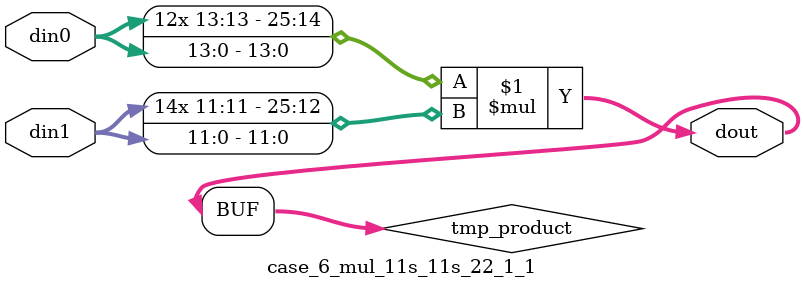
<source format=v>

`timescale 1 ns / 1 ps

 (* use_dsp = "no" *)  module case_6_mul_11s_11s_22_1_1(din0, din1, dout);
parameter ID = 1;
parameter NUM_STAGE = 0;
parameter din0_WIDTH = 14;
parameter din1_WIDTH = 12;
parameter dout_WIDTH = 26;

input [din0_WIDTH - 1 : 0] din0; 
input [din1_WIDTH - 1 : 0] din1; 
output [dout_WIDTH - 1 : 0] dout;

wire signed [dout_WIDTH - 1 : 0] tmp_product;



























assign tmp_product = $signed(din0) * $signed(din1);








assign dout = tmp_product;





















endmodule

</source>
